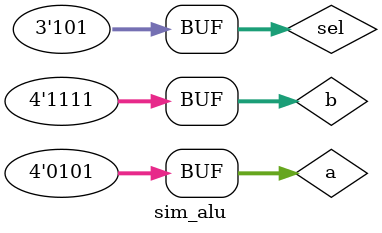
<source format=v>
`timescale 1ns / 1ps


module sim_alu;

    reg[3:0] a, b;
    reg[2:0] sel;
    wire[3:0]out;
    wire carry;
    
    alu myAlu(a, b, sel, out, carry);
    
    initial begin
        a = 0; b = 0; sel = 0; // 0+0 = 0
        #5 a = 5; //0+5 = 5
        #5 b = 15; //5+15 = 4 si overflow = 1
        #5 sel = 1;
        #5 a = 15;
        #5 a = 5;
        #10 sel = 2;
        #10 sel = 3;
        #10 sel = 4;
        #10 sel = 5;   
    end

endmodule

</source>
